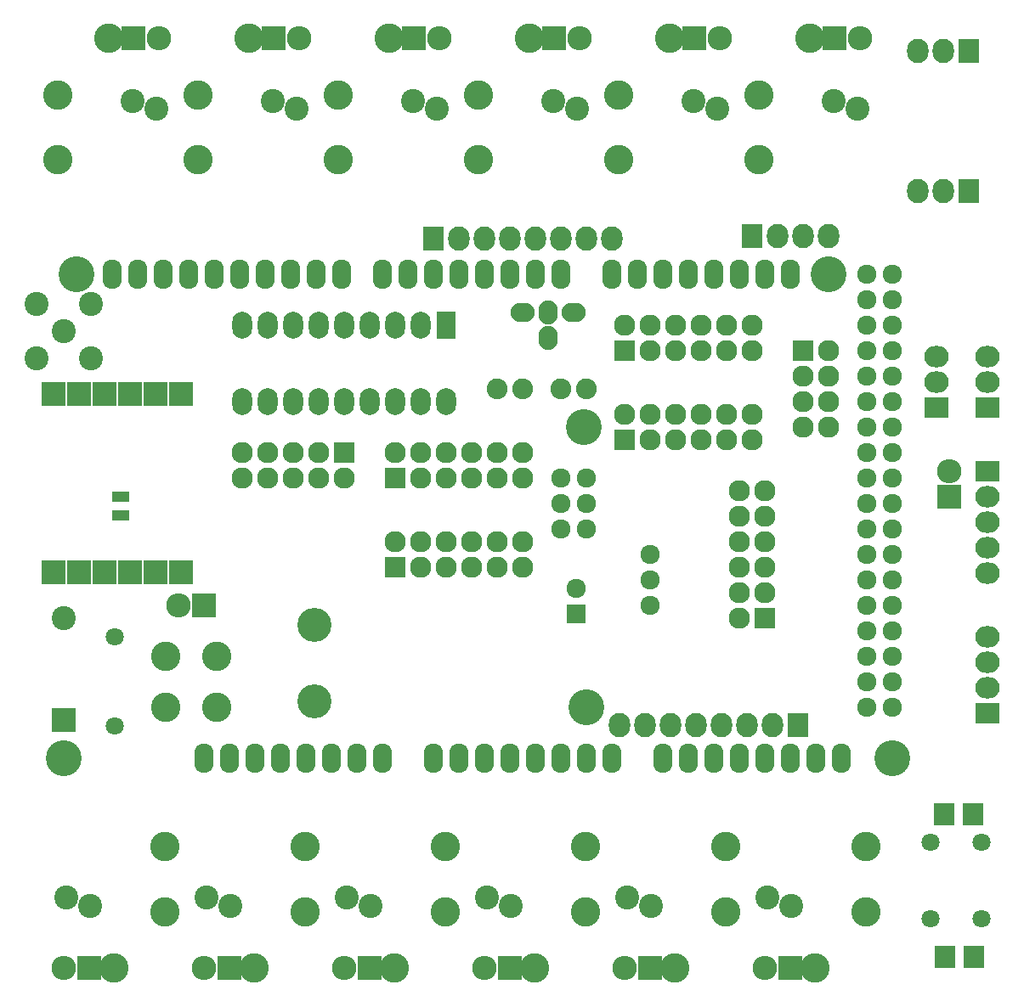
<source format=gbr>
G04 #@! TF.FileFunction,Soldermask,Top*
%FSLAX46Y46*%
G04 Gerber Fmt 4.6, Leading zero omitted, Abs format (unit mm)*
G04 Created by KiCad (PCBNEW (2014-12-08 BZR 5317)-product) date mar. 23 déc. 2014 08:50:27 CET*
%MOMM*%
G01*
G04 APERTURE LIST*
%ADD10C,0.150000*%
%ADD11C,2.398980*%
%ADD12R,2.398980X2.398980*%
%ADD13C,2.940000*%
%ADD14R,2.127200X2.127200*%
%ADD15O,2.127200X2.127200*%
%ADD16R,2.127200X2.432000*%
%ADD17O,2.127200X2.432000*%
%ADD18R,2.432000X2.432000*%
%ADD19O,2.432000X2.432000*%
%ADD20R,2.432000X2.127200*%
%ADD21O,2.432000X2.127200*%
%ADD22C,1.797000*%
%ADD23R,1.974800X2.686000*%
%ADD24O,1.974800X2.686000*%
%ADD25O,1.901140X2.398980*%
%ADD26O,2.398980X1.901140*%
%ADD27C,2.076400*%
%ADD28C,1.924000*%
%ADD29C,3.399740*%
%ADD30R,1.997660X2.200860*%
%ADD31R,1.700000X1.100000*%
%ADD32R,1.924000X1.924000*%
%ADD33O,1.924000X2.940000*%
%ADD34C,3.575000*%
G04 APERTURE END LIST*
D10*
D11*
X118110000Y-93980000D03*
D12*
X118110000Y-104140000D03*
D13*
X136555480Y-36189920D03*
X131541520Y-48290480D03*
X131541520Y-41798240D03*
D11*
X141361160Y-43220640D03*
X138925300Y-42410380D03*
D13*
X150525480Y-36189920D03*
X145511520Y-48290480D03*
X145511520Y-41798240D03*
D11*
X155331160Y-43220640D03*
X152895300Y-42410380D03*
D13*
X164495480Y-36189920D03*
X159481520Y-48290480D03*
X159481520Y-41798240D03*
D11*
X169301160Y-43220640D03*
X166865300Y-42410380D03*
D13*
X178465480Y-36189920D03*
X173451520Y-48290480D03*
X173451520Y-41798240D03*
D11*
X183271160Y-43220640D03*
X180835300Y-42410380D03*
D13*
X192435480Y-36189920D03*
X187421520Y-48290480D03*
X187421520Y-41798240D03*
D11*
X197241160Y-43220640D03*
X194805300Y-42410380D03*
D13*
X123159520Y-128910080D03*
X128173480Y-116809520D03*
X128173480Y-123301760D03*
D11*
X118353840Y-121879360D03*
X120789700Y-122689620D03*
D13*
X137129520Y-128910080D03*
X142143480Y-116809520D03*
X142143480Y-123301760D03*
D11*
X132323840Y-121879360D03*
X134759700Y-122689620D03*
D13*
X151099520Y-128910080D03*
X156113480Y-116809520D03*
X156113480Y-123301760D03*
D11*
X146293840Y-121879360D03*
X148729700Y-122689620D03*
D13*
X165069520Y-128910080D03*
X170083480Y-116809520D03*
X170083480Y-123301760D03*
D11*
X160263840Y-121879360D03*
X162699700Y-122689620D03*
D13*
X179039520Y-128910080D03*
X184053480Y-116809520D03*
X184053480Y-123301760D03*
D11*
X174233840Y-121879360D03*
X176669700Y-122689620D03*
D13*
X193009520Y-128910080D03*
X198023480Y-116809520D03*
X198023480Y-123301760D03*
D11*
X188203840Y-121879360D03*
X190639700Y-122689620D03*
D14*
X151130000Y-80010000D03*
D15*
X151130000Y-77470000D03*
X153670000Y-80010000D03*
X153670000Y-77470000D03*
X156210000Y-80010000D03*
X156210000Y-77470000D03*
X158750000Y-80010000D03*
X158750000Y-77470000D03*
X161290000Y-80010000D03*
X161290000Y-77470000D03*
X163830000Y-80010000D03*
X163830000Y-77470000D03*
D14*
X173990000Y-76200000D03*
D15*
X173990000Y-73660000D03*
X176530000Y-76200000D03*
X176530000Y-73660000D03*
X179070000Y-76200000D03*
X179070000Y-73660000D03*
X181610000Y-76200000D03*
X181610000Y-73660000D03*
X184150000Y-76200000D03*
X184150000Y-73660000D03*
X186690000Y-76200000D03*
X186690000Y-73660000D03*
D14*
X173990000Y-67310000D03*
D15*
X173990000Y-64770000D03*
X176530000Y-67310000D03*
X176530000Y-64770000D03*
X179070000Y-67310000D03*
X179070000Y-64770000D03*
X181610000Y-67310000D03*
X181610000Y-64770000D03*
X184150000Y-67310000D03*
X184150000Y-64770000D03*
X186690000Y-67310000D03*
X186690000Y-64770000D03*
D16*
X186690000Y-55880000D03*
D17*
X189230000Y-55880000D03*
X191770000Y-55880000D03*
X194310000Y-55880000D03*
D18*
X206375000Y-81915000D03*
D19*
X206375000Y-79375000D03*
D18*
X125095000Y-36195000D03*
D19*
X127635000Y-36195000D03*
D18*
X139065000Y-36195000D03*
D19*
X141605000Y-36195000D03*
D18*
X153035000Y-36195000D03*
D19*
X155575000Y-36195000D03*
D18*
X167005000Y-36195000D03*
D19*
X169545000Y-36195000D03*
D18*
X180975000Y-36195000D03*
D19*
X183515000Y-36195000D03*
D18*
X194945000Y-36195000D03*
D19*
X197485000Y-36195000D03*
D18*
X132080000Y-92710000D03*
D19*
X129540000Y-92710000D03*
D18*
X120650000Y-128905000D03*
D19*
X118110000Y-128905000D03*
D18*
X134620000Y-128905000D03*
D19*
X132080000Y-128905000D03*
D18*
X148590000Y-128905000D03*
D19*
X146050000Y-128905000D03*
D18*
X162560000Y-128905000D03*
D19*
X160020000Y-128905000D03*
D18*
X176530000Y-128905000D03*
D19*
X173990000Y-128905000D03*
D18*
X190500000Y-128905000D03*
D19*
X187960000Y-128905000D03*
D20*
X210185000Y-79375000D03*
D21*
X210185000Y-81915000D03*
X210185000Y-84455000D03*
X210185000Y-86995000D03*
X210185000Y-89535000D03*
D20*
X210185000Y-103505000D03*
D21*
X210185000Y-100965000D03*
X210185000Y-98425000D03*
X210185000Y-95885000D03*
D20*
X205105000Y-73025000D03*
D21*
X205105000Y-70485000D03*
X205105000Y-67945000D03*
D22*
X123190000Y-104775000D03*
X123190000Y-95885000D03*
D23*
X156210000Y-64770000D03*
D24*
X153670000Y-64770000D03*
X151130000Y-64770000D03*
X148590000Y-64770000D03*
X146050000Y-64770000D03*
X143510000Y-64770000D03*
X140970000Y-64770000D03*
X138430000Y-64770000D03*
X135890000Y-64770000D03*
X135890000Y-72390000D03*
X138430000Y-72390000D03*
X140970000Y-72390000D03*
X143510000Y-72390000D03*
X146050000Y-72390000D03*
X148590000Y-72390000D03*
X151130000Y-72390000D03*
X153670000Y-72390000D03*
X156210000Y-72390000D03*
D20*
X210185000Y-73025000D03*
D21*
X210185000Y-70485000D03*
X210185000Y-67945000D03*
D25*
X166370000Y-66040000D03*
D26*
X168910000Y-63500000D03*
X163830000Y-63500000D03*
D25*
X166370000Y-63500000D03*
D27*
X170180000Y-71120000D03*
X167640000Y-71120000D03*
X163830000Y-71120000D03*
X161290000Y-71120000D03*
D22*
X204470000Y-116332000D03*
X209550000Y-116332000D03*
X204470000Y-123952000D03*
X209550000Y-123952000D03*
D28*
X176530000Y-92710000D03*
X176530000Y-90170000D03*
X176530000Y-87630000D03*
D29*
X143065500Y-102298500D03*
X143065500Y-94678500D03*
D30*
X205971140Y-127762000D03*
X208810860Y-127762000D03*
X205844140Y-113538000D03*
X208683860Y-113538000D03*
D31*
X123825000Y-81854000D03*
X123825000Y-83754000D03*
D14*
X151130000Y-88900000D03*
D15*
X151130000Y-86360000D03*
X153670000Y-88900000D03*
X153670000Y-86360000D03*
X156210000Y-88900000D03*
X156210000Y-86360000D03*
X158750000Y-88900000D03*
X158750000Y-86360000D03*
X161290000Y-88900000D03*
X161290000Y-86360000D03*
X163830000Y-88900000D03*
X163830000Y-86360000D03*
D14*
X187960000Y-93980000D03*
D15*
X185420000Y-93980000D03*
X187960000Y-91440000D03*
X185420000Y-91440000D03*
X187960000Y-88900000D03*
X185420000Y-88900000D03*
X187960000Y-86360000D03*
X185420000Y-86360000D03*
X187960000Y-83820000D03*
X185420000Y-83820000D03*
X187960000Y-81280000D03*
X185420000Y-81280000D03*
D14*
X146050000Y-77470000D03*
D15*
X146050000Y-80010000D03*
X143510000Y-77470000D03*
X143510000Y-80010000D03*
X140970000Y-77470000D03*
X140970000Y-80010000D03*
X138430000Y-77470000D03*
X138430000Y-80010000D03*
X135890000Y-77470000D03*
X135890000Y-80010000D03*
D14*
X191770000Y-67310000D03*
D15*
X194310000Y-67310000D03*
X191770000Y-69850000D03*
X194310000Y-69850000D03*
X191770000Y-72390000D03*
X194310000Y-72390000D03*
X191770000Y-74930000D03*
X194310000Y-74930000D03*
D16*
X208280000Y-37465000D03*
D17*
X205740000Y-37465000D03*
X203200000Y-37465000D03*
D16*
X208280000Y-51435000D03*
D17*
X205740000Y-51435000D03*
X203200000Y-51435000D03*
D16*
X154940000Y-56134000D03*
D17*
X157480000Y-56134000D03*
X160020000Y-56134000D03*
X162560000Y-56134000D03*
X165100000Y-56134000D03*
X167640000Y-56134000D03*
X170180000Y-56134000D03*
X172720000Y-56134000D03*
D16*
X191262000Y-104648000D03*
D17*
X188722000Y-104648000D03*
X186182000Y-104648000D03*
X183642000Y-104648000D03*
X181102000Y-104648000D03*
X178562000Y-104648000D03*
X176022000Y-104648000D03*
X173482000Y-104648000D03*
D32*
X169164000Y-93535500D03*
D28*
X169164000Y-90995500D03*
D33*
X172720000Y-59690000D03*
X175260000Y-59690000D03*
X177800000Y-59690000D03*
X180340000Y-59690000D03*
X182880000Y-59690000D03*
X185420000Y-59690000D03*
X187960000Y-59690000D03*
X190500000Y-59690000D03*
X195580000Y-107950000D03*
X193040000Y-107950000D03*
X190500000Y-107950000D03*
X187960000Y-107950000D03*
X177800000Y-107950000D03*
X172720000Y-107950000D03*
X170180000Y-107950000D03*
X180340000Y-107950000D03*
X182880000Y-107950000D03*
X185420000Y-107950000D03*
X167640000Y-107950000D03*
X165100000Y-107950000D03*
X162560000Y-107950000D03*
X154940000Y-107950000D03*
X157480000Y-107950000D03*
X160020000Y-107950000D03*
X149860000Y-107950000D03*
X147320000Y-107950000D03*
X144780000Y-107950000D03*
X139700000Y-107950000D03*
X137160000Y-107950000D03*
X167640000Y-59690000D03*
X165100000Y-59690000D03*
X162560000Y-59690000D03*
X160020000Y-59690000D03*
X157480000Y-59690000D03*
X154940000Y-59690000D03*
X152400000Y-59690000D03*
X149860000Y-59690000D03*
X145796000Y-59690000D03*
X143256000Y-59690000D03*
X140716000Y-59690000D03*
X138176000Y-59690000D03*
X135636000Y-59690000D03*
X133096000Y-59690000D03*
X130556000Y-59690000D03*
X128016000Y-59690000D03*
X142240000Y-107950000D03*
D34*
X200660000Y-107950000D03*
X194310000Y-59690000D03*
X119380000Y-59690000D03*
X118110000Y-107950000D03*
D28*
X198120000Y-62230000D03*
X200660000Y-62230000D03*
X198120000Y-64770000D03*
X200660000Y-64770000D03*
X198120000Y-67310000D03*
X200660000Y-67310000D03*
X198120000Y-69850000D03*
X200660000Y-69850000D03*
X198120000Y-59690000D03*
X200660000Y-59690000D03*
X200660000Y-72390000D03*
X198120000Y-72390000D03*
X198120000Y-74930000D03*
X200660000Y-74930000D03*
X198120000Y-77470000D03*
X200660000Y-77470000D03*
X198120000Y-80010000D03*
X200660000Y-80010000D03*
X198120000Y-82550000D03*
X200660000Y-82550000D03*
X198120000Y-85090000D03*
X200660000Y-85090000D03*
X198120000Y-87630000D03*
X200660000Y-87630000D03*
X198120000Y-90170000D03*
X200660000Y-90170000D03*
X198120000Y-92710000D03*
X200660000Y-92710000D03*
X198120000Y-95250000D03*
X200660000Y-95250000D03*
X198120000Y-97790000D03*
X200660000Y-97790000D03*
X198120000Y-100330000D03*
X200660000Y-100330000D03*
X198120000Y-102870000D03*
X200660000Y-102870000D03*
X167640000Y-80010000D03*
X170180000Y-80010000D03*
X167640000Y-82550000D03*
X170180000Y-82550000D03*
X167640000Y-85090000D03*
X170180000Y-85090000D03*
D34*
X169926000Y-74930000D03*
X170180000Y-102870000D03*
D33*
X134620000Y-107950000D03*
X132080000Y-107950000D03*
X125476000Y-59690000D03*
X122936000Y-59690000D03*
D11*
X118110000Y-65405000D03*
X115409980Y-62704980D03*
X115409980Y-68105020D03*
X120810020Y-68105020D03*
X120810020Y-62704980D03*
D18*
X117094000Y-89408000D03*
X119634000Y-89408000D03*
X122174000Y-89408000D03*
X124714000Y-89408000D03*
X127254000Y-89408000D03*
X129794000Y-89408000D03*
X129794000Y-71628000D03*
X127254000Y-71628000D03*
X124714000Y-71628000D03*
X122174000Y-71628000D03*
X119634000Y-71628000D03*
X117094000Y-71628000D03*
D13*
X122585480Y-36189920D03*
X117571520Y-48290480D03*
X117571520Y-41798240D03*
D11*
X127391160Y-43220640D03*
X124955300Y-42410380D03*
D13*
X133350000Y-102870000D03*
X133350000Y-97790000D03*
X128270000Y-97790000D03*
X128270000Y-102870000D03*
M02*

</source>
